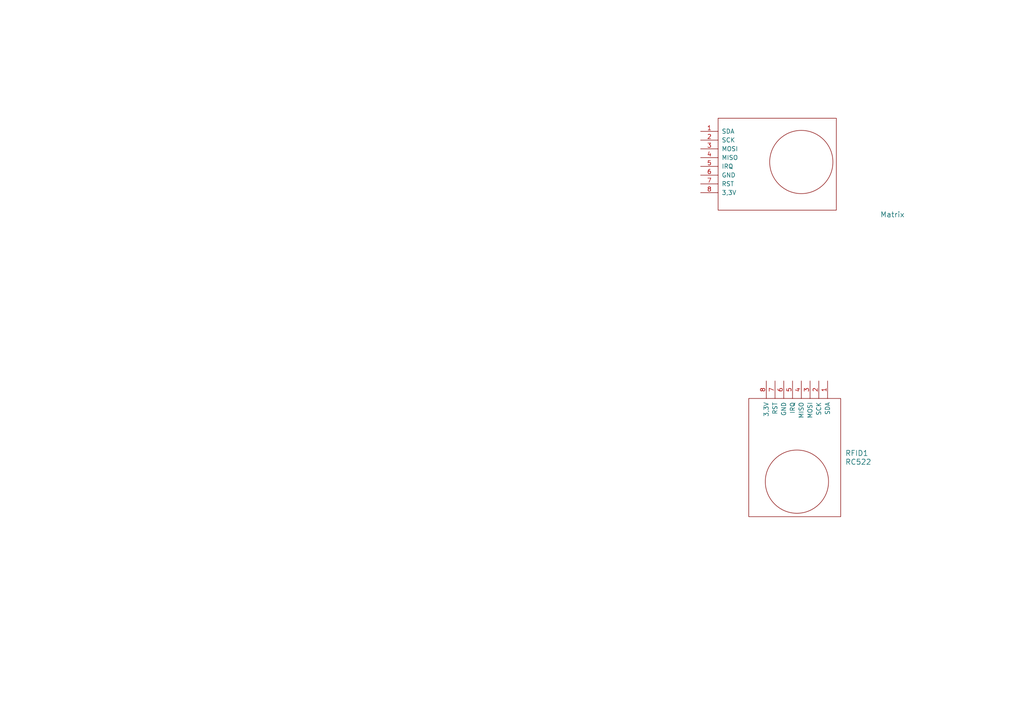
<source format=kicad_sch>
(kicad_sch (version 20230121) (generator eeschema)
  (paper "A4")
  (lib_symbols
    (symbol "RC522:RC522" (pin_names (offset 1.016))
      (property "Reference" "RFID" (at 0 5.08 0))
      (property "Value" "RC522" (at 0 10.16 0))
      (symbol "RC522_0_1"
        (rectangle (start -13.97 30.48) (end 12.7 -3.81))
        (circle (center 0 6.35) (radius 9.1694))
      )
      (symbol "RC522_1_1"
        (pin output line (at 8.89 35.56 270) (length 5.08) (name "SDA") (number "1"))
        (pin output line (at 6.35 35.56 270) (length 5.08) (name "SCK") (number "2"))
        (pin output line (at 3.81 35.56 270) (length 5.08) (name "MOSI") (number "3"))
        (pin output line (at 1.27 35.56 270) (length 5.08) (name "MISO") (number "4"))
        (pin output line (at -1.27 35.56 270) (length 5.08) (name "IRQ") (number "5"))
        (pin power_in line (at -3.81 35.56 270) (length 5.08) (name "GND") (number "6"))
        (pin input line (at -6.35 35.56 270) (length 5.08) (name "RST") (number "7"))
        (pin power_in line (at -8.89 35.56 270) (length 5.08) (name "3,3V") (number "8"))
      )
    )
  )
  (symbol (lib_id "RC522:RC522") (at 231.14 146.05 0) (unit 1)
    (property "Reference" "RFID1" (at 245.11 131.445 0) (effects (font (size 1.524 1.524)) (justify left)))
    (property "Value" "RC522" (at 245.11 133.985 0) (effects (font (size 1.524 1.524)) (justify left)))
  )
  (symbol (lib_id "RC522:RC522") (at 238.76 46.99 90) (unit 1)
    (property "Reference" "RFID2" (effects hide))
    (property "Value" "Matrix" (at 255.27 62.23 90) (effects (font (size 1.524 1.524)) (justify right)))
  )
)
</source>
